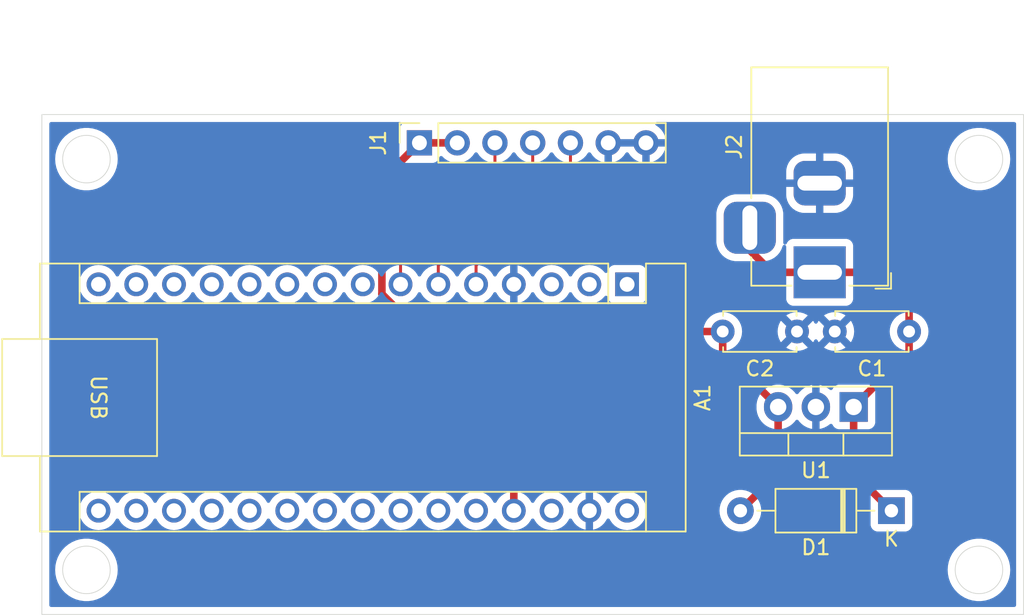
<source format=kicad_pcb>
(kicad_pcb (version 20240108) (generator "pcbnew") (generator_version "8.0")
  (layers (0 "F.Cu" signal) (31 "B.Cu" signal) (34 "B.Paste" user) (35 "F.Paste" user) (36 "B.SilkS" user "B.Silkscreen") (37 "F.SilkS" user "F.Silkscreen") (38 "B.Mask" user) (39 "F.Mask" user) (44 "Edge.Cuts" user))
  (net 0 "")
  (net 3 "/DOUT")
  (net 4 "/CLK")
  (net 13 "/LATCH")
  (net 18 "GND")
  (net 26 "+5V")
  (net 30 "Net-(D1-K)")
  (footprint "Capacitor_THT:C_Disc_D4.7mm_W2.5mm_P5.00mm" (layer "F.Cu") (at 177.72 88.9 180)
    (property "Reference" "C1" (at 2.5 -2.5 0) (layer "F.SilkS"))
    (property "Value" "0.22u")
    (fp_line (start 4.97 1.055) (end 4.97 1.37) (stroke (width 0.12)) (layer "F.SilkS"))
    (fp_line (start 4.97 -1.37) (end 4.97 -1.055) (stroke (width 0.12)) (layer "F.SilkS"))
    (fp_line (start 0.03 1.37) (end 4.97 1.37) (stroke (width 0.12)) (layer "F.SilkS"))
    (fp_line (start 0.03 1.055) (end 0.03 1.37) (stroke (width 0.12)) (layer "F.SilkS"))
    (fp_line (start 0.03 -1.37) (end 4.97 -1.37) (stroke (width 0.12)) (layer "F.SilkS"))
    (fp_line (start 0.03 -1.37) (end 0.03 -1.055) (stroke (width 0.12)) (layer "F.SilkS"))
    (pad "1" thru_hole circle (at 0 0 180) (size 1.6 1.6) (drill 0.8) (layers "*.Cu" "*.Mask") (net 30 "Net-(D1-K)"))
    (pad "2" thru_hole circle (at 5 0 180) (size 1.6 1.6) (drill 0.8) (layers "*.Cu" "*.Mask") (net 18 "GND"))
  )
  (footprint "Module:Arduino_Nano" (layer "F.Cu") (at 158.75 85.725 -90)
    (property "Reference" "A1" (at 7.62 -5.08 90) (layer "F.SilkS"))
    (property "Value" "Arduino_Nano_v3.x")
    (fp_line (start 3.68 42.04) (end 3.68 31.62) (stroke (width 0.12)) (layer "F.SilkS"))
    (fp_line (start 11.56 42.04) (end 3.68 42.04) (stroke (width 0.12)) (layer "F.SilkS"))
    (fp_line (start -1.4 39.5) (end 3.68 39.5) (stroke (width 0.12)) (layer "F.SilkS"))
    (fp_line (start 16.64 39.5) (end 11.56 39.5) (stroke (width 0.12)) (layer "F.SilkS"))
    (fp_line (start 16.64 39.5) (end 16.64 -3.94) (stroke (width 0.12)) (layer "F.SilkS"))
    (fp_line (start 1.27 36.83) (end -1.4 36.83) (stroke (width 0.12)) (layer "F.SilkS"))
    (fp_line (start 13.97 36.83) (end 16.64 36.83) (stroke (width 0.12)) (layer "F.SilkS"))
    (fp_line (start 3.68 31.62) (end 11.56 31.62) (stroke (width 0.12)) (layer "F.SilkS"))
    (fp_line (start 11.56 31.62) (end 11.56 42.04) (stroke (width 0.12)) (layer "F.SilkS"))
    (fp_line (start -1.4 1.27) (end -1.4 39.5) (stroke (width 0.12)) (layer "F.SilkS"))
    (fp_line (start 1.27 1.27) (end 1.27 36.83) (stroke (width 0.12)) (layer "F.SilkS"))
    (fp_line (start 1.27 1.27) (end -1.4 1.27) (stroke (width 0.12)) (layer "F.SilkS"))
    (fp_line (start 1.27 1.27) (end 1.27 -1.27) (stroke (width 0.12)) (layer "F.SilkS"))
    (fp_line (start 1.27 -1.27) (end -1.4 -1.27) (stroke (width 0.12)) (layer "F.SilkS"))
    (fp_line (start 13.97 -1.27) (end 13.97 36.83) (stroke (width 0.12)) (layer "F.SilkS"))
    (fp_line (start 13.97 -1.27) (end 16.64 -1.27) (stroke (width 0.12)) (layer "F.SilkS"))
    (fp_line (start -1.4 -3.94) (end -1.4 -1.27) (stroke (width 0.12)) (layer "F.SilkS"))
    (fp_line (start 16.64 -3.94) (end -1.4 -3.94) (stroke (width 0.12)) (layer "F.SilkS"))
    (fp_text user "USB" (at 7.62 35.56 -90) (layer "F.SilkS"))
    (pad "1" thru_hole rect (at 0 0 270) (size 1.6 1.6) (drill 1) (layers "*.Cu" "*.Mask"))
    (pad "2" thru_hole oval (at 0 2.54 270) (size 1.6 1.6) (drill 1) (layers "*.Cu" "*.Mask"))
    (pad "3" thru_hole oval (at 0 5.08 270) (size 1.6 1.6) (drill 1) (layers "*.Cu" "*.Mask"))
    (pad "4" thru_hole oval (at 0 7.62 270) (size 1.6 1.6) (drill 1) (layers "*.Cu" "*.Mask") (net 18 "GND"))
    (pad "5" thru_hole oval (at 0 10.16 270) (size 1.6 1.6) (drill 1) (layers "*.Cu" "*.Mask") (net 13 "/LATCH"))
    (pad "6" thru_hole oval (at 0 12.7 270) (size 1.6 1.6) (drill 1) (layers "*.Cu" "*.Mask") (net 4 "/CLK"))
    (pad "7" thru_hole oval (at 0 15.24 270) (size 1.6 1.6) (drill 1) (layers "*.Cu" "*.Mask") (net 3 "/DOUT"))
    (pad "8" thru_hole oval (at 0 17.78 270) (size 1.6 1.6) (drill 1) (layers "*.Cu" "*.Mask"))
    (pad "9" thru_hole oval (at 0 20.32 270) (size 1.6 1.6) (drill 1) (layers "*.Cu" "*.Mask"))
    (pad "10" thru_hole oval (at 0 22.86 270) (size 1.6 1.6) (drill 1) (layers "*.Cu" "*.Mask"))
    (pad "11" thru_hole oval (at 0 25.4 270) (size 1.6 1.6) (drill 1) (layers "*.Cu" "*.Mask"))
    (pad "12" thru_hole oval (at 0 27.94 270) (size 1.6 1.6) (drill 1) (layers "*.Cu" "*.Mask"))
    (pad "13" thru_hole oval (at 0 30.48 270) (size 1.6 1.6) (drill 1) (layers "*.Cu" "*.Mask"))
    (pad "14" thru_hole oval (at 0 33.02 270) (size 1.6 1.6) (drill 1) (layers "*.Cu" "*.Mask"))
    (pad "15" thru_hole oval (at 0 35.56 270) (size 1.6 1.6) (drill 1) (layers "*.Cu" "*.Mask"))
    (pad "16" thru_hole oval (at 15.24 35.56 270) (size 1.6 1.6) (drill 1) (layers "*.Cu" "*.Mask"))
    (pad "17" thru_hole oval (at 15.24 33.02 270) (size 1.6 1.6) (drill 1) (layers "*.Cu" "*.Mask"))
    (pad "18" thru_hole oval (at 15.24 30.48 270) (size 1.6 1.6) (drill 1) (layers "*.Cu" "*.Mask"))
    (pad "19" thru_hole oval (at 15.24 27.94 270) (size 1.6 1.6) (drill 1) (layers "*.Cu" "*.Mask"))
    (pad "20" thru_hole oval (at 15.24 25.4 270) (size 1.6 1.6) (drill 1) (layers "*.Cu" "*.Mask"))
    (pad "21" thru_hole oval (at 15.24 22.86 270) (size 1.6 1.6) (drill 1) (layers "*.Cu" "*.Mask"))
    (pad "22" thru_hole oval (at 15.24 20.32 270) (size 1.6 1.6) (drill 1) (layers "*.Cu" "*.Mask"))
    (pad "23" thru_hole oval (at 15.24 17.78 270) (size 1.6 1.6) (drill 1) (layers "*.Cu" "*.Mask"))
    (pad "24" thru_hole oval (at 15.24 15.24 270) (size 1.6 1.6) (drill 1) (layers "*.Cu" "*.Mask"))
    (pad "25" thru_hole oval (at 15.24 12.7 270) (size 1.6 1.6) (drill 1) (layers "*.Cu" "*.Mask"))
    (pad "26" thru_hole oval (at 15.24 10.16 270) (size 1.6 1.6) (drill 1) (layers "*.Cu" "*.Mask"))
    (pad "27" thru_hole oval (at 15.24 7.62 270) (size 1.6 1.6) (drill 1) (layers "*.Cu" "*.Mask") (net 26 "+5V"))
    (pad "28" thru_hole oval (at 15.24 5.08 270) (size 1.6 1.6) (drill 1) (layers "*.Cu" "*.Mask"))
    (pad "29" thru_hole oval (at 15.24 2.54 270) (size 1.6 1.6) (drill 1) (layers "*.Cu" "*.Mask") (net 18 "GND"))
    (pad "30" thru_hole oval (at 15.24 0 270) (size 1.6 1.6) (drill 1) (layers "*.Cu" "*.Mask"))
  )
  (footprint "Diode_THT:D_A-405_P10.16mm_Horizontal" (layer "F.Cu") (at 176.53 100.965 180)
    (property "Reference" "D1" (at 5.08 -2.47 0) (layer "F.SilkS"))
    (property "Value" "D")
    (fp_line (start 9.02 0) (end 7.8 0) (stroke (width 0.12)) (layer "F.SilkS"))
    (fp_line (start 7.8 1.47) (end 7.8 -1.47) (stroke (width 0.12)) (layer "F.SilkS"))
    (fp_line (start 7.8 -1.47) (end 2.36 -1.47) (stroke (width 0.12)) (layer "F.SilkS"))
    (fp_line (start 3.38 -1.47) (end 3.38 1.47) (stroke (width 0.12)) (layer "F.SilkS"))
    (fp_line (start 3.26 -1.47) (end 3.26 1.47) (stroke (width 0.12)) (layer "F.SilkS"))
    (fp_line (start 3.14 -1.47) (end 3.14 1.47) (stroke (width 0.12)) (layer "F.SilkS"))
    (fp_line (start 2.36 1.47) (end 7.8 1.47) (stroke (width 0.12)) (layer "F.SilkS"))
    (fp_line (start 2.36 -1.47) (end 2.36 1.47) (stroke (width 0.12)) (layer "F.SilkS"))
    (fp_line (start 1.14 0) (end 2.36 0) (stroke (width 0.12)) (layer "F.SilkS"))
    (fp_text user "K" (at 0 -1.9 0) (layer "F.SilkS"))
    (pad "1" thru_hole rect (at 0 0 180) (size 1.8 1.8) (drill 0.9) (layers "*.Cu" "*.Mask") (net 30 "Net-(D1-K)"))
    (pad "2" thru_hole oval (at 10.16 0 180) (size 1.8 1.8) (drill 0.9) (layers "*.Cu" "*.Mask") (net 26 "+5V"))
  )
  (footprint "Capacitor_THT:C_Disc_D4.7mm_W2.5mm_P5.00mm" (layer "F.Cu") (at 170.18 88.9 180)
    (property "Reference" "C2" (at 2.5 -2.5 0) (layer "F.SilkS"))
    (property "Value" "0.1u")
    (fp_line (start 4.97 1.055) (end 4.97 1.37) (stroke (width 0.12)) (layer "F.SilkS"))
    (fp_line (start 4.97 -1.37) (end 4.97 -1.055) (stroke (width 0.12)) (layer "F.SilkS"))
    (fp_line (start 0.03 1.37) (end 4.97 1.37) (stroke (width 0.12)) (layer "F.SilkS"))
    (fp_line (start 0.03 1.055) (end 0.03 1.37) (stroke (width 0.12)) (layer "F.SilkS"))
    (fp_line (start 0.03 -1.37) (end 4.97 -1.37) (stroke (width 0.12)) (layer "F.SilkS"))
    (fp_line (start 0.03 -1.37) (end 0.03 -1.055) (stroke (width 0.12)) (layer "F.SilkS"))
    (pad "1" thru_hole circle (at 0 0 180) (size 1.6 1.6) (drill 0.8) (layers "*.Cu" "*.Mask") (net 18 "GND"))
    (pad "2" thru_hole circle (at 5 0 180) (size 1.6 1.6) (drill 0.8) (layers "*.Cu" "*.Mask") (net 26 "+5V"))
  )
  (footprint "Connector_BarrelJack:BarrelJack_Horizontal" (layer "F.Cu") (at 171.705 84.915 -90)
    (property "Reference" "J2" (at -8.45 5.75 90) (layer "F.SilkS"))
    (property "Value" "Barrel_Jack_Switch")
    (fp_line (start -13.8 4.6) (end -13.8 -4.6) (stroke (width 0.12)) (layer "F.SilkS"))
    (fp_line (start -5 4.6) (end -13.8 4.6) (stroke (width 0.12)) (layer "F.SilkS"))
    (fp_line (start 0.9 4.6) (end -1 4.6) (stroke (width 0.12)) (layer "F.SilkS"))
    (fp_line (start 0.9 1.9) (end 0.9 4.6) (stroke (width 0.12)) (layer "F.SilkS"))
    (fp_line (start 1.1 -3.75) (end 1.1 -4.8) (stroke (width 0.12)) (layer "F.SilkS"))
    (fp_line (start -13.8 -4.6) (end 0.9 -4.6) (stroke (width 0.12)) (layer "F.SilkS"))
    (fp_line (start 0.9 -4.6) (end 0.9 -2) (stroke (width 0.12)) (layer "F.SilkS"))
    (fp_line (start 0.05 -4.8) (end 1.1 -4.8) (stroke (width 0.12)) (layer "F.SilkS"))
    (pad "1" thru_hole rect (at 0 0 270) (size 3.5 3.5) (drill oval 1 3) (layers "*.Cu" "*.Mask") (net 30 "Net-(D1-K)"))
    (pad "2" thru_hole roundrect (at -6 0 270) (size 3 3.5) (drill oval 1 3) (layers "*.Cu" "*.Mask") (net 18 "GND"))
    (pad "3" thru_hole roundrect (at -3 4.7 270) (size 3.5 3.5) (drill oval 3 1) (layers "*.Cu" "*.Mask") (net 30 "Net-(D1-K)"))
  )
  (footprint "Connector_PinSocket_2.54mm:PinSocket_1x07_P2.54mm_Vertical" (layer "F.Cu") (at 144.78 76.2 90)
    (property "Reference" "J1" (at 0 -2.77 90) (layer "F.SilkS"))
    (property "Value" "Conn_01x07_Socket")
    (fp_line (start 1.33 -1.33) (end 1.33 0) (stroke (width 0.12)) (layer "F.SilkS"))
    (fp_line (start 0 -1.33) (end 1.33 -1.33) (stroke (width 0.12)) (layer "F.SilkS"))
    (fp_line (start 1.33 1.27) (end 1.33 16.57) (stroke (width 0.12)) (layer "F.SilkS"))
    (fp_line (start -1.33 1.27) (end 1.33 1.27) (stroke (width 0.12)) (layer "F.SilkS"))
    (fp_line (start -1.33 1.27) (end -1.33 16.57) (stroke (width 0.12)) (layer "F.SilkS"))
    (fp_line (start -1.33 16.57) (end 1.33 16.57) (stroke (width 0.12)) (layer "F.SilkS"))
    (pad "1" thru_hole rect (at 0 0 90) (size 1.7 1.7) (drill 1) (layers "*.Cu" "*.Mask") (net 26 "+5V"))
    (pad "2" thru_hole oval (at 0 2.54 90) (size 1.7 1.7) (drill 1) (layers "*.Cu" "*.Mask") (net 26 "+5V"))
    (pad "3" thru_hole oval (at 0 5.08 90) (size 1.7 1.7) (drill 1) (layers "*.Cu" "*.Mask") (net 3 "/DOUT"))
    (pad "4" thru_hole oval (at 0 7.62 90) (size 1.7 1.7) (drill 1) (layers "*.Cu" "*.Mask") (net 4 "/CLK"))
    (pad "5" thru_hole oval (at 0 10.16 90) (size 1.7 1.7) (drill 1) (layers "*.Cu" "*.Mask") (net 13 "/LATCH"))
    (pad "6" thru_hole oval (at 0 12.7 90) (size 1.7 1.7) (drill 1) (layers "*.Cu" "*.Mask") (net 18 "GND"))
    (pad "7" thru_hole oval (at 0 15.24 90) (size 1.7 1.7) (drill 1) (layers "*.Cu" "*.Mask") (net 18 "GND"))
  )
  (footprint "Package_TO_SOT_THT:TO-220-3_Vertical" (layer "F.Cu") (at 173.99 93.98 180)
    (property "Reference" "U1" (at 2.54 -4.27 0) (layer "F.SilkS"))
    (property "Value" "L7805")
    (fp_line (start 7.66 -3.27) (end 7.66 1.371) (stroke (width 0.12)) (layer "F.SilkS"))
    (fp_line (start 4.391 -3.27) (end 4.391 -1.76) (stroke (width 0.12)) (layer "F.SilkS"))
    (fp_line (start 0.69 -3.27) (end 0.69 -1.76) (stroke (width 0.12)) (layer "F.SilkS"))
    (fp_line (start -2.58 1.371) (end 7.66 1.371) (stroke (width 0.12)) (layer "F.SilkS"))
    (fp_line (start -2.58 -1.76) (end 7.66 -1.76) (stroke (width 0.12)) (layer "F.SilkS"))
    (fp_line (start -2.58 -3.27) (end 7.66 -3.27) (stroke (width 0.12)) (layer "F.SilkS"))
    (fp_line (start -2.58 -3.27) (end -2.58 1.371) (stroke (width 0.12)) (layer "F.SilkS"))
    (pad "1" thru_hole rect (at 0 0 180) (size 1.905 2) (drill 1.1) (layers "*.Cu" "*.Mask") (net 30 "Net-(D1-K)"))
    (pad "2" thru_hole oval (at 2.54 0 180) (size 1.905 2) (drill 1.1) (layers "*.Cu" "*.Mask") (net 18 "GND"))
    (pad "3" thru_hole oval (at 5.08 0 180) (size 1.905 2) (drill 1.1) (layers "*.Cu" "*.Mask") (net 26 "+5V"))
  )
  (gr_rect (start 119.38 74.295) (end 185.42 107.95) (stroke (width 0.05)) (fill none) (layer "Edge.Cuts"))
  (gr_circle (center 122.38 104.95) (end 122.38 103.35) (stroke (width 0.05)) (fill none) (layer "Edge.Cuts"))
  (gr_circle (center 182.42 77.295) (end 182.42 78.895) (stroke (width 0.05)) (fill none) (layer "Edge.Cuts"))
  (gr_circle (center 122.38 77.295) (end 123.98 77.295) (stroke (width 0.05)) (fill none) (layer "Edge.Cuts"))
  (gr_circle (center 182.42 104.95) (end 180.82 104.95) (stroke (width 0.05)) (fill none) (layer "Edge.Cuts"))
  (segment (start 143.51 84.1375) (end 143.51 85.725) (width 0.2) (layer "F.Cu") (net 3))
  (segment (start 149.86 77.7875) (end 143.51 84.1375) (width 0.2) (layer "F.Cu") (net 3))
  (segment (start 149.86 76.2) (end 149.86 77.7875) (width 0.2) (layer "F.Cu") (net 3))
  (segment (start 146.05 84.455) (end 146.05 86.0425) (width 0.2) (layer "F.Cu") (net 4))
  (segment (start 152.4 78.105) (end 146.05 84.455) (width 0.2) (layer "F.Cu") (net 4))
  (segment (start 152.4 76.5175) (end 152.4 78.105) (width 0.2) (layer "F.Cu") (net 4))
  (segment (start 154.94 78.105) (end 148.59 84.455) (width 0.2) (layer "F.Cu") (net 13))
  (segment (start 154.94 76.5175) (end 154.94 78.105) (width 0.2) (layer "F.Cu") (net 13))
  (segment (start 148.59 84.455) (end 148.59 86.0425) (width 0.2) (layer "F.Cu") (net 13))
  (segment (start 142.256 86.376) (end 144.78 88.9) (width 0.508) (layer "F.Cu") (net 26))
  (segment (start 154.94 88.9) (end 151.13 92.71) (width 0.508) (layer "F.Cu") (net 26))
  (segment (start 168.91 98.425) (end 166.37 100.965) (width 0.508) (layer "F.Cu") (net 26))
  (segment (start 144.78 88.9) (end 154.94 88.9) (width 0.508) (layer "F.Cu") (net 26))
  (segment (start 165.18 90.25) (end 168.91 93.98) (width 0.508) (layer "F.Cu") (net 26))
  (segment (start 165.18 88.9) (end 165.18 90.25) (width 0.508) (layer "F.Cu") (net 26))
  (segment (start 165.18 88.9) (end 154.94 88.9) (width 0.508) (layer "F.Cu") (net 26))
  (segment (start 144.78 76.2) (end 142.256 78.724) (width 0.508) (layer "F.Cu") (net 26))
  (segment (start 147.32 76.2) (end 144.78 76.2) (width 0.508) (layer "F.Cu") (net 26))
  (segment (start 142.256 78.724) (end 142.256 86.376) (width 0.508) (layer "F.Cu") (net 26))
  (segment (start 151.13 92.71) (end 151.13 100.965) (width 0.508) (layer "F.Cu") (net 26))
  (segment (start 168.91 93.98) (end 168.91 98.425) (width 0.508) (layer "F.Cu") (net 26))
  (segment (start 175.435 84.915) (end 177.72 87.2) (width 0.508) (layer "F.Cu") (net 30))
  (segment (start 177.72 87.2) (end 177.72 88.9) (width 0.508) (layer "F.Cu") (net 30))
  (segment (start 173.99 98.425) (end 173.99 93.98) (width 0.508) (layer "F.Cu") (net 30))
  (segment (start 177.72 90.25) (end 173.99 93.98) (width 0.508) (layer "F.Cu") (net 30))
  (segment (start 171.705 84.915) (end 175.435 84.915) (width 0.508) (layer "F.Cu") (net 30))
  (segment (start 168.4925 84.915) (end 167.005 83.4275) (width 0.508) (layer "F.Cu") (net 30))
  (segment (start 176.53 100.965) (end 173.99 98.425) (width 0.508) (layer "F.Cu") (net 30))
  (segment (start 172.0175 84.915) (end 168.4925 84.915) (width 0.508) (layer "F.Cu") (net 30))
  (segment (start 167.005 83.4275) (end 167.005 81.915) (width 0.508) (layer "F.Cu") (net 30))
  (segment (start 177.72 88.9) (end 177.72 90.25) (width 0.508) (layer "F.Cu") (net 30))
  (zone (net 18) (net_name "GND") (layer "B.Cu") (connect_pads (clearance 0.5)) (min_thickness 0.25) (fill yes (thermal_gap 0.5) (thermal_bridge_width 0.5))
    (polygon (pts (xy 185.42 74.295) (xy 185.42 107.95) (xy 119.38 107.95) (xy 119.38 74.295)))
  )
)
</source>
